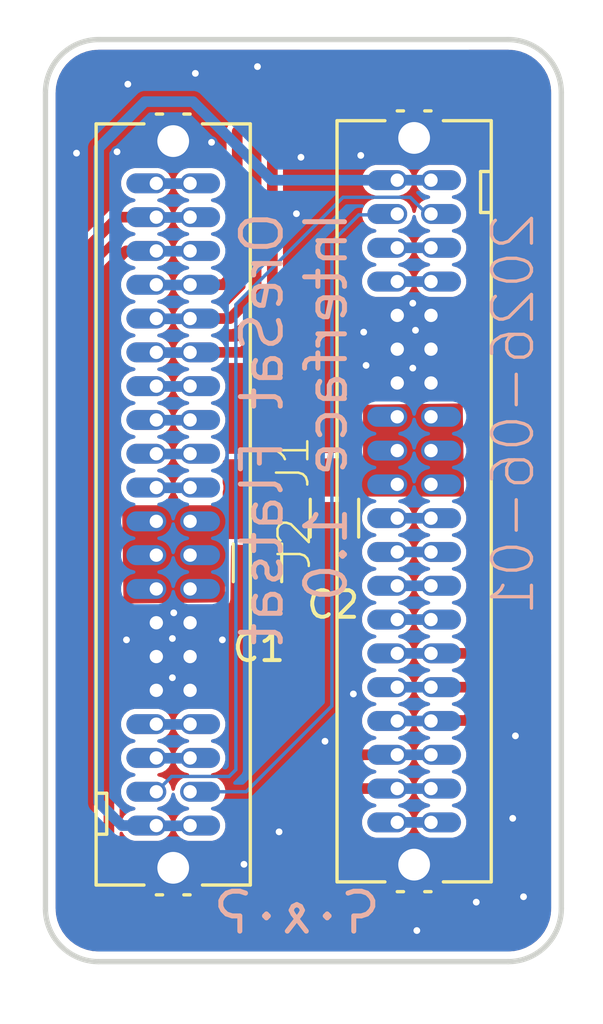
<source format=kicad_pcb>
(kicad_pcb (version 20241229) (generator "pcbnew") (generator_version "9.0")
  (layers (0 "F.Cu" signal) (4 "In1.Cu" signal) (6 "In2.Cu" signal) (2 "B.Cu" signal) (13 "F.Paste" user) (15 "B.Paste" user) (5 "F.SilkS" user "F.Silkscreen") (7 "B.SilkS" user "B.Silkscreen") (1 "F.Mask" user) (3 "B.Mask" user) (25 "Edge.Cuts" user))
  (net 0 "")
  (net 1 "GND")
  (net 2 "VBUS")
  (net 3 "OPD_SDA")
  (net 4 "MAG-SCL")
  (net 5 "CAN2_L")
  (net 6 "CAN1_H")
  (net 7 "CAN1_L")
  (net 8 "TURNSTILE-DEPLOY")
  (net 9 "OPD_SCL")
  (net 10 "CAN2_H")
  (net 11 "MAG-POWER")
  (net 12 "C3-UART-RX")
  (net 13 "OPD_PWR")
  (net 14 "~{SD}")
  (net 15 "HELICAL-DEPLOY")
  (net 16 "MAG-SDA")
  (net 17 "C3-UART-TX")
  (footprint "Capacitor_SMD:C_1206_3216Metric" (layer "F.Cu") (at 154.3304 86.4108 -90)
    (property "Reference" "C2" (at 3.25 0.05 0) (layer "F.SilkS"))
    (property "Value" "10u 25V" (hide yes))
    (fp_line (start -0.711252 0.91) (end 0.711252 0.91) (stroke (width 0.12)) (layer "F.SilkS"))
    (fp_line (start -0.711252 -0.91) (end 0.711252 -0.91) (stroke (width 0.12)) (layer "F.SilkS"))
    (pad "1" smd roundrect (at -1.475 0 270) (size 1.15 1.8) (layers "F.Cu" "F.Mask" "F.Paste") (roundrect_rratio 0.217391) (net 2 "VBUS"))
    (pad "2" smd roundrect (at 1.475 0 270) (size 1.15 1.8) (layers "F.Cu" "F.Mask" "F.Paste") (roundrect_rratio 0.217391) (net 1 "GND"))
  )
  (footprint "oresat-connectors:J-SAMTEC-SFM-120-X1-XXX-D" (layer "F.Cu") (at 148.265 85.895 90)
    (property "Reference" "J2" (at -2.54 4.56 90) (layer "F.SilkS") (effects (font (size 1.176528 1.176528) (thickness 0.093472)) (justify left)))
    (property "Value" "SFM-120-02-L-DH")
    (fp_line (start -14.3 -2.9) (end 14.3 -2.9) (stroke (width 0.127)) (layer "F.SilkS"))
    (fp_line (start -10.8505 -2.867) (end -10.8505 -2.5) (stroke (width 0.127)) (layer "F.SilkS"))
    (fp_line (start -12.3905 -2.5) (end -12.3905 -2.867) (stroke (width 0.127)) (layer "F.SilkS"))
    (fp_line (start -12.3905 -2.5) (end -10.8505 -2.5) (stroke (width 0.127)) (layer "F.SilkS"))
    (fp_line (start 14.3 -1.1) (end 14.3 -2.9) (stroke (width 0.127)) (layer "F.SilkS"))
    (fp_line (start -14.3 -1.1) (end -14.3 -2.9) (stroke (width 0.127)) (layer "F.SilkS"))
    (fp_line (start 14.6685 -0.635) (end 14.6685 -0.4) (stroke (width 0.127)) (layer "F.SilkS"))
    (fp_line (start -14.6685 -0.635) (end -14.6685 -0.4) (stroke (width 0.127)) (layer "F.SilkS"))
    (fp_line (start 14.6685 0.4) (end 14.6685 0.635) (stroke (width 0.127)) (layer "F.SilkS"))
    (fp_line (start -14.6685 0.4) (end -14.6685 0.635) (stroke (width 0.127)) (layer "F.SilkS"))
    (fp_line (start 14.3 1.1) (end 14.3 2.9) (stroke (width 0.127)) (layer "F.SilkS"))
    (fp_line (start 14.3 2.9) (end -14.3 2.9) (stroke (width 0.127)) (layer "F.SilkS"))
    (fp_line (start -14.3 2.9) (end -14.3 1.1) (stroke (width 0.127)) (layer "F.SilkS"))
    (pad "1" thru_hole oval (at 12.065 0.635) (size 1.5 0.75) (drill 0.5 (offset 0.375 0)) (layers "*.Cu" "*.Mask") (net 16 "MAG-SDA"))
    (pad "2" thru_hole oval (at 12.065 -0.635 180) (size 1.5 0.75) (drill 0.5 (offset 0.375 0)) (layers "*.Cu" "*.Mask") (net 16 "MAG-SDA"))
    (pad "3" thru_hole oval (at 10.795 0.635) (size 1.5 0.75) (drill 0.5 (offset 0.375 0)) (layers "*.Cu" "*.Mask") (net 4 "MAG-SCL"))
    (pad "4" thru_hole oval (at 10.795 -0.635 180) (size 1.5 0.75) (drill 0.5 (offset 0.375 0)) (layers "*.Cu" "*.Mask") (net 4 "MAG-SCL"))
    (pad "5" thru_hole oval (at 9.525 0.635) (size 1.5 0.75) (drill 0.5 (offset 0.375 0)) (layers "*.Cu" "*.Mask") (net 11 "MAG-POWER"))
    (pad "6" thru_hole oval (at 9.525 -0.635 180) (size 1.5 0.75) (drill 0.5 (offset 0.375 0)) (layers "*.Cu" "*.Mask") (net 11 "MAG-POWER"))
    (pad "7" thru_hole oval (at 8.255 0.635) (size 1.5 0.75) (drill 0.5 (offset 0.375 0)) (layers "*.Cu" "*.Mask") (net 15 "HELICAL-DEPLOY"))
    (pad "8" thru_hole oval (at 8.255 -0.635 180) (size 1.5 0.75) (drill 0.5 (offset 0.375 0)) (layers "*.Cu" "*.Mask") (net 15 "HELICAL-DEPLOY"))
    (pad "9" thru_hole oval (at 6.985 0.635) (size 1.5 0.75) (drill 0.5 (offset 0.375 0)) (layers "*.Cu" "*.Mask") (net 8 "TURNSTILE-DEPLOY"))
    (pad "10" thru_hole oval (at 6.985 -0.635 180) (size 1.5 0.75) (drill 0.5 (offset 0.375 0)) (layers "*.Cu" "*.Mask") (net 8 "TURNSTILE-DEPLOY"))
    (pad "11" thru_hole oval (at 5.715 0.635) (size 1.5 0.75) (drill 0.5 (offset 0.375 0)) (layers "*.Cu" "*.Mask") (net 3 "OPD_SDA"))
    (pad "12" thru_hole oval (at 5.715 -0.635 180) (size 1.5 0.75) (drill 0.5 (offset 0.375 0)) (layers "*.Cu" "*.Mask") (net 3 "OPD_SDA"))
    (pad "13" thru_hole oval (at 4.445 0.635) (size 1.5 0.75) (drill 0.5 (offset 0.375 0)) (layers "*.Cu" "*.Mask") (net 9 "OPD_SCL"))
    (pad "14" thru_hole oval (at 4.445 -0.635 180) (size 1.5 0.75) (drill 0.5 (offset 0.375 0)) (layers "*.Cu" "*.Mask") (net 9 "OPD_SCL"))
    (pad "15" thru_hole oval (at 3.175 0.635) (size 1.5 0.75) (drill 0.5 (offset 0.375 0)) (layers "*.Cu" "*.Mask") (net 13 "OPD_PWR"))
    (pad "16" thru_hole oval (at 3.175 -0.635 180) (size 1.5 0.75) (drill 0.5 (offset 0.375 0)) (layers "*.Cu" "*.Mask") (net 13 "OPD_PWR"))
    (pad "17" thru_hole oval (at 1.905 0.635) (size 1.5 0.75) (drill 0.5 (offset 0.375 0)) (layers "*.Cu" "*.Mask") (net 10 "CAN2_H"))
    (pad "18" thru_hole oval (at 1.905 -0.635 180) (size 1.5 0.75) (drill 0.5 (offset 0.375 0)) (layers "*.Cu" "*.Mask") (net 10 "CAN2_H"))
    (pad "19" thru_hole oval (at 0.635 0.635) (size 1.5 0.75) (drill 0.5 (offset 0.375 0)) (layers "*.Cu" "*.Mask") (net 5 "CAN2_L"))
    (pad "20" thru_hole oval (at 0.635 -0.635 180) (size 1.5 0.75) (drill 0.5 (offset 0.375 0)) (layers "*.Cu" "*.Mask") (net 5 "CAN2_L"))
    (pad "21" thru_hole oval (at -0.635 0.635) (size 1.5 0.75) (drill 0.5 (offset 0.375 0)) (layers "*.Cu" "*.Mask") (net 2 "VBUS"))
    (pad "22" thru_hole oval (at -0.635 -0.635 180) (size 1.5 0.75) (drill 0.5 (offset 0.375 0)) (layers "*.Cu" "*.Mask") (net 2 "VBUS"))
    (pad "23" thru_hole oval (at -1.905 0.635) (size 1.5 0.75) (drill 0.5 (offset 0.375 0)) (layers "*.Cu" "*.Mask") (net 2 "VBUS"))
    (pad "24" thru_hole oval (at -1.905 -0.635 180) (size 1.5 0.75) (drill 0.5 (offset 0.375 0)) (layers "*.Cu" "*.Mask") (net 2 "VBUS"))
    (pad "25" thru_hole oval (at -3.175 0.635) (size 1.5 0.75) (drill 0.5 (offset 0.375 0)) (layers "*.Cu" "*.Mask") (net 2 "VBUS"))
    (pad "26" thru_hole oval (at -3.175 -0.635 180) (size 1.5 0.75) (drill 0.5 (offset 0.375 0)) (layers "*.Cu" "*.Mask") (net 2 "VBUS"))
    (pad "27" thru_hole oval (at -4.445 0.635) (size 1.5 0.75) (drill 0.5 (offset 0.375 0)) (layers "*.Cu" "*.Mask") (net 1 "GND"))
    (pad "28" thru_hole oval (at -4.445 -0.635 180) (size 1.5 0.75) (drill 0.5 (offset 0.375 0)) (layers "*.Cu" "*.Mask") (net 1 "GND"))
    (pad "29" thru_hole oval (at -5.715 0.635) (size 1.5 0.75) (drill 0.5 (offset 0.375 0)) (layers "*.Cu" "*.Mask") (net 1 "GND"))
    (pad "30" thru_hole oval (at -5.715 -0.635 180) (size 1.5 0.75) (drill 0.5 (offset 0.375 0)) (layers "*.Cu" "*.Mask") (net 1 "GND"))
    (pad "31" thru_hole oval (at -6.985 0.635) (size 1.5 0.75) (drill 0.5 (offset 0.375 0)) (layers "*.Cu" "*.Mask") (net 1 "GND"))
    (pad "32" thru_hole oval (at -6.985 -0.635 180) (size 1.5 0.75) (drill 0.5 (offset 0.375 0)) (layers "*.Cu" "*.Mask") (net 1 "GND"))
    (pad "33" thru_hole oval (at -8.255 0.635) (size 1.5 0.75) (drill 0.5 (offset 0.375 0)) (layers "*.Cu" "*.Mask") (net 6 "CAN1_H"))
    (pad "34" thru_hole oval (at -8.255 -0.635 180) (size 1.5 0.75) (drill 0.5 (offset 0.375 0)) (layers "*.Cu" "*.Mask") (net 6 "CAN1_H"))
    (pad "35" thru_hole oval (at -9.525 0.635) (size 1.5 0.75) (drill 0.5 (offset 0.375 0)) (layers "*.Cu" "*.Mask") (net 7 "CAN1_L"))
    (pad "36" thru_hole oval (at -9.525 -0.635 180) (size 1.5 0.75) (drill 0.5 (offset 0.375 0)) (layers "*.Cu" "*.Mask") (net 7 "CAN1_L"))
    (pad "37" thru_hole oval (at -10.795 0.635) (size 1.5 0.75) (drill 0.5 (offset 0.375 0)) (layers "*.Cu" "*.Mask") (net 17 "C3-UART-TX"))
    (pad "38" thru_hole oval (at -10.795 -0.635 180) (size 1.5 0.75) (drill 0.5 (offset 0.375 0)) (layers "*.Cu" "*.Mask") (net 12 "C3-UART-RX"))
    (pad "39" thru_hole oval (at -12.065 0.635) (size 1.5 0.75) (drill 0.5 (offset 0.375 0)) (layers "*.Cu" "*.Mask") (net 14 "~{SD}"))
    (pad "40" thru_hole oval (at -12.065 -0.635 180) (size 1.5 0.75) (drill 0.5 (offset 0.375 0)) (layers "*.Cu" "*.Mask") (net 14 "~{SD}"))
    (pad "LC1" thru_hole circle (at 13.6525 0 90) (size 1.7907 1.7907) (drill 1.1938) (layers "*.Cu" "*.Mask") (net 1 "GND"))
    (pad "LC2" thru_hole circle (at -13.6525 0 90) (size 1.7907 1.7907) (drill 1.1938) (layers "*.Cu" "*.Mask") (net 1 "GND"))
  )
  (footprint "Capacitor_SMD:C_1206_3216Metric" (layer "F.Cu") (at 151.4348 88.0872 -90)
    (property "Reference" "C1" (at 3.2 -0.05 0) (layer "F.SilkS"))
    (property "Value" "10u 25V" (hide yes))
    (fp_line (start -0.711252 0.91) (end 0.711252 0.91) (stroke (width 0.12)) (layer "F.SilkS"))
    (fp_line (start -0.711252 -0.91) (end 0.711252 -0.91) (stroke (width 0.12)) (layer "F.SilkS"))
    (pad "1" smd roundrect (at -1.475 0 270) (size 1.15 1.8) (layers "F.Cu" "F.Mask" "F.Paste") (roundrect_rratio 0.217391) (net 2 "VBUS"))
    (pad "2" smd roundrect (at 1.475 0 270) (size 1.15 1.8) (layers "F.Cu" "F.Mask" "F.Paste") (roundrect_rratio 0.217391) (net 1 "GND"))
  )
  (footprint "oresat-connectors:J-SAMTEC-SFM-120-X1-XXX-D" (layer "F.Cu") (at 157.3276 85.7758 -90)
    (property "Reference" "J1" (at -2.54 4.56 90) (layer "F.SilkS") (effects (font (size 1.176528 1.176528) (thickness 0.093472)) (justify right)))
    (property "Value" "SFM-120-02-L-DH")
    (fp_line (start -14.3 2.9) (end -14.3 1.1) (stroke (width 0.127)) (layer "F.SilkS"))
    (fp_line (start 14.3 2.9) (end -14.3 2.9) (stroke (width 0.127)) (layer "F.SilkS"))
    (fp_line (start 14.3 1.1) (end 14.3 2.9) (stroke (width 0.127)) (layer "F.SilkS"))
    (fp_line (start -14.6685 0.4) (end -14.6685 0.635) (stroke (width 0.127)) (layer "F.SilkS"))
    (fp_line (start 14.6685 0.4) (end 14.6685 0.635) (stroke (width 0.127)) (layer "F.SilkS"))
    (fp_line (start -14.6685 -0.635) (end -14.6685 -0.4) (stroke (width 0.127)) (layer "F.SilkS"))
    (fp_line (start 14.6685 -0.635) (end 14.6685 -0.4) (stroke (width 0.127)) (layer "F.SilkS"))
    (fp_line (start -14.3 -1.1) (end -14.3 -2.9) (stroke (width 0.127)) (layer "F.SilkS"))
    (fp_line (start 14.3 -1.1) (end 14.3 -2.9) (stroke (width 0.127)) (layer "F.SilkS"))
    (fp_line (start -12.3905 -2.5) (end -10.8505 -2.5) (stroke (width 0.127)) (layer "F.SilkS"))
    (fp_line (start -12.3905 -2.5) (end -12.3905 -2.867) (stroke (width 0.127)) (layer "F.SilkS"))
    (fp_line (start -10.8505 -2.867) (end -10.8505 -2.5) (stroke (width 0.127)) (layer "F.SilkS"))
    (fp_line (start -14.3 -2.9) (end 14.3 -2.9) (stroke (width 0.127)) (layer "F.SilkS"))
    (pad "1" thru_hole oval (at 12.065 0.635 180) (size 1.5 0.75) (drill 0.5 (offset 0.375 0)) (layers "*.Cu" "*.Mask") (net 16 "MAG-SDA"))
    (pad "2" thru_hole oval (at 12.065 -0.635) (size 1.5 0.75) (drill 0.5 (offset 0.375 0)) (layers "*.Cu" "*.Mask") (net 16 "MAG-SDA"))
    (pad "3" thru_hole oval (at 10.795 0.635 180) (size 1.5 0.75) (drill 0.5 (offset 0.375 0)) (layers "*.Cu" "*.Mask") (net 4 "MAG-SCL"))
    (pad "4" thru_hole oval (at 10.795 -0.635) (size 1.5 0.75) (drill 0.5 (offset 0.375 0)) (layers "*.Cu" "*.Mask") (net 4 "MAG-SCL"))
    (pad "5" thru_hole oval (at 9.525 0.635 180) (size 1.5 0.75) (drill 0.5 (offset 0.375 0)) (layers "*.Cu" "*.Mask") (net 11 "MAG-POWER"))
    (pad "6" thru_hole oval (at 9.525 -0.635) (size 1.5 0.75) (drill 0.5 (offset 0.375 0)) (layers "*.Cu" "*.Mask") (net 11 "MAG-POWER"))
    (pad "7" thru_hole oval (at 8.255 0.635 180) (size 1.5 0.75) (drill 0.5 (offset 0.375 0)) (layers "*.Cu" "*.Mask") (net 15 "HELICAL-DEPLOY"))
    (pad "8" thru_hole oval (at 8.255 -0.635) (size 1.5 0.75) (drill 0.5 (offset 0.375 0)) (layers "*.Cu" "*.Mask") (net 15 "HELICAL-DEPLOY"))
    (pad "9" thru_hole oval (at 6.985 0.635 180) (size 1.5 0.75) (drill 0.5 (offset 0.375 0)) (layers "*.Cu" "*.Mask") (net 8 "TURNSTILE-DEPLOY"))
    (pad "10" thru_hole oval (at 6.985 -0.635) (size 1.5 0.75) (drill 0.5 (offset 0.375 0)) (layers "*.Cu" "*.Mask") (net 8 "TURNSTILE-DEPLOY"))
    (pad "11" thru_hole oval (at 5.715 0.635 180) (size 1.5 0.75) (drill 0.5 (offset 0.375 0)) (layers "*.Cu" "*.Mask") (net 3 "OPD_SDA"))
    (pad "12" thru_hole oval (at 5.715 -0.635) (size 1.5 0.75) (drill 0.5 (offset 0.375 0)) (layers "*.Cu" "*.Mask") (net 3 "OPD_SDA"))
    (pad "13" thru_hole oval (at 4.445 0.635 180) (size 1.5 0.75) (drill 0.5 (offset 0.375 0)) (layers "*.Cu" "*.Mask") (net 9 "OPD_SCL"))
    (pad "14" thru_hole oval (at 4.445 -0.635) (size 1.5 0.75) (drill 0.5 (offset 0.375 0)) (layers "*.Cu" "*.Mask") (net 9 "OPD_SCL"))
    (pad "15" thru_hole oval (at 3.175 0.635 180) (size 1.5 0.75) (drill 0.5 (offset 0.375 0)) (layers "*.Cu" "*.Mask") (net 13 "OPD_PWR"))
    (pad "16" thru_hole oval (at 3.175 -0.635) (size 1.5 0.75) (drill 0.5 (offset 0.375 0)) (layers "*.Cu" "*.Mask") (net 13 "OPD_PWR"))
    (pad "17" thru_hole oval (at 1.905 0.635 180) (size 1.5 0.75) (drill 0.5 (offset 0.375 0)) (layers "*.Cu" "*.Mask") (net 10 "CAN2_H"))
    (pad "18" thru_hole oval (at 1.905 -0.635) (size 1.5 0.75) (drill 0.5 (offset 0.375 0)) (layers "*.Cu" "*.Mask") (net 10 "CAN2_H"))
    (pad "19" thru_hole oval (at 0.635 0.635 180) (size 1.5 0.75) (drill 0.5 (offset 0.375 0)) (layers "*.Cu" "*.Mask") (net 5 "CAN2_L"))
    (pad "20" thru_hole oval (at 0.635 -0.635) (size 1.5 0.75) (drill 0.5 (offset 0.375 0)) (layers "*.Cu" "*.Mask") (net 5 "CAN2_L"))
    (pad "21" thru_hole oval (at -0.635 0.635 180) (size 1.5 0.75) (drill 0.5 (offset 0.375 0)) (layers "*.Cu" "*.Mask") (net 2 "VBUS"))
    (pad "22" thru_hole oval (at -0.635 -0.635) (size 1.5 0.75) (drill 0.5 (offset 0.375 0)) (layers "*.Cu" "*.Mask") (net 2 "VBUS"))
    (pad "23" thru_hole oval (at -1.905 0.635 180) (size 1.5 0.75) (drill 0.5 (offset 0.375 0)) (layers "*.Cu" "*.Mask") (net 2 "VBUS"))
    (pad "24" thru_hole oval (at -1.905 -0.635) (size 1.5 0.75) (drill 0.5 (offset 0.375 0)) (layers "*.Cu" "*.Mask") (net 2 "VBUS"))
    (pad "25" thru_hole oval (at -3.175 0.635 180) (size 1.5 0.75) (drill 0.5 (offset 0.375 0)) (layers "*.Cu" "*.Mask") (net 2 "VBUS"))
    (pad "26" thru_hole oval (at -3.175 -0.635) (size 1.5 0.75) (drill 0.5 (offset 0.375 0)) (layers "*.Cu" "*.Mask") (net 2 "VBUS"))
    (pad "27" thru_hole oval (at -4.445 0.635 180) (size 1.5 0.75) (drill 0.5 (offset 0.375 0)) (layers "*.Cu" "*.Mask") (net 1 "GND"))
    (pad "28" thru_hole oval (at -4.445 -0.635) (size 1.5 0.75) (drill 0.5 (offset 0.375 0)) (layers "*.Cu" "*.Mask") (net 1 "GND"))
    (pad "29" thru_hole oval (at -5.715 0.635 180) (size 1.5 0.75) (drill 0.5 (offset 0.375 0)) (layers "*.Cu" "*.Mask") (net 1 "GND"))
    (pad "30" thru_hole oval (at -5.715 -0.635) (size 1.5 0.75) (drill 0.5 (offset 0.375 0)) (layers "*.Cu" "*.Mask") (net 1 "GND"))
    (pad "31" thru_hole oval (at -6.985 0.635 180) (size 1.5 0.75) (drill 0.5 (offset 0.375 0)) (layers "*.Cu" "*.Mask") (net 1 "GND"))
    (pad "32" thru_hole oval (at -6.985 -0.635) (size 1.5 0.75) (drill 0.5 (offset 0.375 0)) (layers "*.Cu" "*.Mask") (net 1 "GND"))
    (pad "33" thru_hole oval (at -8.255 0.635 180) (size 1.5 0.75) (drill 0.5 (offset 0.375 0)) (layers "*.Cu" "*.Mask") (net 6 "CAN1_H"))
    (pad "34" thru_hole oval (at -8.255 -0.635) (size 1.5 0.75) (drill 0.5 (offset 0.375 0)) (layers "*.Cu" "*.Mask") (net 6 "CAN1_H"))
    (pad "35" thru_hole oval (at -9.525 0.635 180) (size 1.5 0.75) (drill 0.5 (offset 0.375 0)) (layers "*.Cu" "*.Mask") (net 7 "CAN1_L"))
    (pad "36" thru_hole oval (at -9.525 -0.635) (size 1.5 0.75) (drill 0.5 (offset 0.375 0)) (layers "*.Cu" "*.Mask") (net 7 "CAN1_L"))
    (pad "37" thru_hole oval (at -10.795 0.635 180) (size 1.5 0.75) (drill 0.5 (offset 0.375 0)) (layers "*.Cu" "*.Mask") (net 17 "C3-UART-TX"))
    (pad "38" thru_hole oval (at -10.795 -0.635) (size 1.5 0.75) (drill 0.5 (offset 0.375 0)) (layers "*.Cu" "*.Mask") (net 12 "C3-UART-RX"))
    (pad "39" thru_hole oval (at -12.065 0.635 180) (size 1.5 0.75) (drill 0.5 (offset 0.375 0)) (layers "*.Cu" "*.Mask") (net 14 "~{SD}"))
    (pad "40" thru_hole oval (at -12.065 -0.635) (size 1.5 0.75) (drill 0.5 (offset 0.375 0)) (layers "*.Cu" "*.Mask") (net 14 "~{SD}"))
    (pad "LC1" thru_hole circle (at 13.6525 0 270) (size 1.7907 1.7907) (drill 1.1938) (layers "*.Cu" "*.Mask") (net 1 "GND"))
    (pad "LC2" thru_hole circle (at -13.6525 0 270) (size 1.7907 1.7907) (drill 1.1938) (layers "*.Cu" "*.Mask") (net 1 "GND"))
  )
  (gr_arc (start 143.4592 70.4276) (mid 144.044986 69.013386) (end 145.4592 68.4276) (stroke (width 0.2)) (layer "Edge.Cuts"))
  (gr_arc (start 162.8648 101.0732) (mid 162.279014 102.487414) (end 160.8648 103.0732) (stroke (width 0.2)) (layer "Edge.Cuts"))
  (gr_arc (start 145.4592 103.0732) (mid 144.044986 102.487414) (end 143.4592 101.0732) (stroke (width 0.2)) (layer "Edge.Cuts"))
  (gr_line (start 162.8648 70.4276) (end 162.8648 101.0732) (stroke (width 0.2)) (layer "Edge.Cuts"))
  (gr_line (start 160.8648 103.0732) (end 145.4592 103.0732) (stroke (width 0.2)) (layer "Edge.Cuts"))
  (gr_line (start 145.4592 68.4276) (end 160.8648 68.4276) (stroke (width 0.2)) (layer "Edge.Cuts"))
  (gr_line (start 143.4592 101.0732) (end 143.4592 70.4276) (stroke (width 0.2)) (layer "Edge.Cuts"))
  (gr_arc (start 160.8648 68.4276) (mid 162.279014 69.013386) (end 162.8648 70.4276) (stroke (width 0.2)) (layer "Edge.Cuts"))
  (gr_text "${CURRENT_DATE}" (at 161.93 74.85 90) (layer "B.SilkS") (effects (font (size 1.5 1.5) (thickness 0.125)) (justify left bottom mirror)))
  (gr_text "ʕ·ᴥ·ʔ" (at 156.18 102.12 0) (layer "B.SilkS") (effects (font (size 1.5 1.5) (thickness 0.1875)) (justify left bottom mirror)))
  (gr_text "OreSat Flatsat \nInterface 1.0\n" (at 154.9 74.79 90) (layer "B.SilkS") (effects (font (size 1.5 1.5) (thickness 0.1875)) (justify left bottom mirror)))
  (via (at 149.7076 72.2884) (size 0.4572) (drill 0.254) (layers "F.Cu" "B.Cu") (net 1))
  (via (at 149.098 69.6976) (size 0.4572) (drill 0.254) (layers "F.Cu" "B.Cu") (net 1))
  (via (at 159.6644 100.838) (size 0.4572) (drill 0.254) (layers "F.Cu" "B.Cu") (net 1))
  (via (at 157.3784 79.3496) (size 0.4572) (drill 0.254) (layers "F.Cu" "B.Cu") (net 1))
  (via (at 148.2344 90.932) (size 0.4572) (drill 0.254) (layers "F.Cu" "B.Cu") (net 1))
  (via (at 161.4424 100.6348) (size 0.4572) (drill 0.254) (layers "F.Cu" "B.Cu") (net 1))
  (via (at 161.1376 94.5896) (size 0.4572) (drill 0.254) (layers "F.Cu" "B.Cu") (net 1))
  (via (at 157.4292 101.9048) (size 0.4572) (drill 0.254) (layers "F.Cu" "B.Cu") (net 1))
  (via (at 150.9268 99.4156) (size 0.4572) (drill 0.254) (layers "F.Cu" "B.Cu") (net 1))
  (via (at 152.2476 98.1964) (size 0.4572) (drill 0.254) (layers "F.Cu" "B.Cu") (net 1))
  (via (at 148.2344 92.4052) (size 0.4572) (drill 0.254) (layers "F.Cu" "B.Cu") (net 1))
  (via (at 155.32 72.78) (size 0.4572) (drill 0.254) (layers "F.Cu" "B.Cu") (net 1))
  (via (at 152.9 74.97) (size 0.4572) (drill 0.254) (layers "F.Cu" "B.Cu") (net 1))
  (via (at 146.5072 90.9828) (size 0.4572) (drill 0.254) (layers "F.Cu" "B.Cu") (net 1))
  (via (at 150.114 90.9828) (size 0.4572) (drill 0.254) (layers "F.Cu" "B.Cu") (net 1))
  (via (at 161.036 97.6884) (size 0.4572) (drill 0.254) (layers "F.Cu" "B.Cu") (net 1))
  (via (at 148.2852 89.9668) (size 0.4572) (drill 0.254) (layers "F.Cu" "B.Cu") (net 1))
  (via (at 157.2768 78.3336) (size 0.4572) (drill 0.254) (layers "F.Cu" "B.Cu") (net 1))
  (via (at 151.4348 69.4436) (size 0.4572) (drill 0.254) (layers "F.Cu" "B.Cu") (net 1))
  (via (at 146.558 70.104) (size 0.4572) (drill 0.254) (layers "F.Cu" "B.Cu") (net 1))
  (via (at 153.9748 94.7928) (size 0.4572) (drill 0.254) (layers "F.Cu" "B.Cu") (net 1))
  (via (at 157.2768 80.772) (size 0.4572) (drill 0.254) (layers "F.Cu" "B.Cu") (net 1))
  (via (at 153.07 72.85) (size 0.4572) (drill 0.254) (layers "F.Cu" "B.Cu") (net 1))
  (via (at 146.1516 72.644) (size 0.4572) (drill 0.254) (layers "F.Cu" "B.Cu") (net 1))
  (via (at 144.6276 72.6948) (size 0.4572) (drill 0.254) (layers "F.Cu" "B.Cu") (net 1))
  (via (at 155.43 79.42) (size 0.4572) (drill 0.254) (layers "F.Cu" "B.Cu") (net 1))
  (via (at 155.52 80.67) (size 0.4572) (drill 0.254) (layers "F.Cu" "B.Cu") (net 1))
  (via (at 155.0416 93.0148) (size 0.4572) (drill 0.254) (layers "F.Cu" "B.Cu") (net 1))
  (segment (start 160.4772 90.6272) (end 160.4772 72.644) (width 0.4) (layer "F.Cu") (net 3))
  (segment (start 160.4772 72.644) (end 158.4452 70.612) (width 0.4) (layer "F.Cu") (net 3))
  (segment (start 158.4452 70.612) (end 154.178 70.612) (width 0.4) (layer "F.Cu") (net 3))
  (segment (start 154.178 70.612) (end 151.9936 72.7964) (width 0.4) (layer "F.Cu") (net 3))
  (segment (start 159.6136 91.4908) (end 160.4772 90.6272) (width 0.4) (layer "F.Cu") (net 3))
  (segment (start 151.9936 72.7964) (end 151.9936 79.0448) (width 0.4) (layer "F.Cu") (net 3))
  (segment (start 150.8584 80.18) (end 148.9 80.18) (width 0.4) (layer "F.Cu") (net 3))
  (segment (start 151.9936 79.0448) (end 150.8584 80.18) (width 0.4) (layer "F.Cu") (net 3))
  (segment (start 157.9626 91.4908) (end 159.6136 91.4908) (width 0.4) (layer "F.Cu") (net 3))
  (segment (start 148.89 80.19) (end 147.62 80.19) (width 0.4) (layer "B.Cu") (net 3))
  (segment (start 156.6926 91.4908) (end 157.9626 91.4908) (width 0.4) (layer "B.Cu") (net 3))
  (segment (start 154.3304 100.5332) (end 153.3652 101.4984) (width 0.4) (layer "F.Cu") (net 4))
  (segment (start 146.6088 101.4984) (end 145.0848 99.9744) (width 0.4) (layer "F.Cu") (net 4))
  (segment (start 145.0848 99.9744) (end 145.0848 76.2) (width 0.4) (layer "F.Cu") (net 4))
  (segment (start 156.6926 96.5708) (end 155.2956 96.5708) (width 0.4) (layer "F.Cu") (net 4))
  (segment (start 145.0848 76.2) (end 146.1848 75.1) (width 0.4) (layer "F.Cu") (net 4))
  (segment (start 154.3304 97.536) (end 154.3304 100.5332) (width 0.4) (layer "F.Cu") (net 4))
  (segment (start 146.1848 75.1) (end 147.63 75.1) (width 0.4) (layer "F.Cu") (net 4))
  (segment (start 153.3652 101.4984) (end 146.6088 101.4984) (width 0.4) (layer "F.Cu") (net 4))
  (segment (start 155.2956 96.5708) (end 154.3304 97.536) (width 0.4) (layer "F.Cu") (net 4))
  (segment (start 156.6926 96.5708) (end 157.9626 96.5708) (width 0.4) (layer "B.Cu") (net 4))
  (segment (start 148.89 75.11) (end 147.62 75.11) (width 0.4) (layer "B.Cu") (net 4))
  (segment (start 156.6926 86.4108) (end 157.9626 86.4108) (width 0.4) (layer "B.Cu") (net 5))
  (segment (start 148.89 85.27) (end 147.62 85.27) (width 0.4) (layer "B.Cu") (net 5))
  (segment (start 156.6926 77.5208) (end 157.9626 77.5208) (width 0.4) (layer "B.Cu") (net 6))
  (segment (start 148.89 94.16) (end 147.62 94.16) (width 0.4) (layer "B.Cu") (net 6))
  (segment (start 156.6926 76.2508) (end 157.9626 76.2508) (width 0.4) (layer "B.Cu") (net 7))
  (segment (start 148.89 95.43) (end 147.62 95.43) (width 0.4) (layer "B.Cu") (net 7))
  (segment (start 150.4012 78.91) (end 151.384 77.9272) (width 0.4) (layer "F.Cu") (net 8))
  (segment (start 148.9 78.91) (end 150.4012 78.91) (width 0.4) (layer "F.Cu") (net 8))
  (segment (start 161.2392 72.39) (end 161.2392 90.9828) (width 0.4) (layer "F.Cu") (net 8))
  (segment (start 161.2392 90.9828) (end 159.4612 92.7608) (width 0.4) (layer "F.Cu") (net 8))
  (segment (start 158.75 69.9008) (end 161.2392 72.39) (width 0.4) (layer "F.Cu") (net 8))
  (segment (start 153.67 69.9008) (end 158.75 69.9008) (width 0.4) (layer "F.Cu") (net 8))
  (segment (start 159.4612 92.7608) (end 157.9626 92.7608) (width 0.4) (layer "F.Cu") (net 8))
  (segment (start 151.384 72.1868) (end 153.67 69.9008) (width 0.4) (layer "F.Cu") (net 8))
  (segment (start 151.384 77.9272) (end 151.384 72.1868) (width 0.4) (layer "F.Cu") (net 8))
  (segment (start 156.6926 92.7608) (end 157.9626 92.7608) (width 0.4) (layer "B.Cu") (net 8))
  (segment (start 148.89 78.92) (end 147.62 78.92) (width 0.4) (layer "B.Cu") (net 8))
  (segment (start 156.6926 90.2208) (end 157.9626 90.2208) (width 0.4) (layer "B.Cu") (net 9))
  (segment (start 148.89 81.46) (end 147.62 81.46) (width 0.4) (layer "B.Cu") (net 9))
  (segment (start 156.6926 87.6808) (end 157.9626 87.6808) (width 0.4) (layer "B.Cu") (net 10))
  (segment (start 148.89 84) (end 147.62 84) (width 0.4) (layer "B.Cu") (net 10))
  (segment (start 145.8468 77.0128) (end 145.8468 99.6188) (width 0.4) (layer "F.Cu") (net 11))
  (segment (start 153.5176 97.1296) (end 155.3464 95.3008) (width 0.4) (layer "F.Cu") (net 11))
  (segment (start 145.8468 99.6188) (end 147.1168 100.8888) (width 0.4) (layer "F.Cu") (net 11))
  (segment (start 146.4896 76.37) (end 145.8468 77.0128) (width 0.4) (layer "F.Cu") (net 11))
  (segment (start 153.5176 99.822) (end 153.5176 97.1296) (width 0.4) (layer "F.Cu") (net 11))
  (segment (start 152.4508 100.8888) (end 153.5176 99.822) (width 0.4) (layer "F.Cu") (net 11))
  (segment (start 147.1168 100.8888) (end 152.4508 100.8888) (width 0.4) (layer "F.Cu") (net 11))
  (segment (start 155.3464 95.3008) (end 156.6926 95.3008) (width 0.4) (layer "F.Cu") (net 11))
  (segment (start 147.63 76.37) (end 146.4896 76.37) (width 0.4) (layer "F.Cu") (net 11))
  (segment (start 156.6926 95.3008) (end 157.9626 95.3008) (width 0.4) (layer "B.Cu") (net 11))
  (segment (start 148.89 76.38) (end 147.62 76.38) (width 0.4) (layer "B.Cu") (net 11))
  (segment (start 157.8082 74.9808) (end 157.1802 74.3528) (width 0.127) (layer "B.Cu") (net 12))
  (segment (start 157.1802 74.3528) (end 154.6536 74.3528) (width 0.127) (layer "B.Cu") (net 12))
  (segment (start 150.622 95.8596) (end 150.368 96.1136) (width 0.127) (layer "B.Cu") (net 12))
  (segment (start 154.6536 74.3528) (end 150.622 78.3844) (width 0.127) (layer "B.Cu") (net 12))
  (segment (start 150.622 78.3844) (end 150.622 95.8596) (width 0.127) (layer "B.Cu") (net 12))
  (segment (start 157.9626 74.9808) (end 157.8082 74.9808) (width 0.127) (layer "B.Cu") (net 12))
  (segment (start 150.368 96.1136) (end 148.2064 96.1136) (width 0.127) (layer "B.Cu") (net 12))
  (segment (start 148.2064 96.1136) (end 147.63 96.69) (width 0.127) (layer "B.Cu") (net 12))
  (segment (start 148.89 82.73) (end 147.62 82.73) (width 0.4) (layer "B.Cu") (net 13))
  (segment (start 156.6926 88.9508) (end 157.9626 88.9508) (width 0.4) (layer "B.Cu") (net 13))
  (segment (start 151.9608 73.7108) (end 149.01 70.76) (width 0.4) (layer "B.Cu") (net 14))
  (segment (start 156.6926 73.7108) (end 157.9626 73.7108) (width 0.4) (layer "B.Cu") (net 14))
  (segment (start 147.2 70.76) (end 145.46 72.5) (width 0.4) (layer "B.Cu") (net 14))
  (segment (start 149.01 70.76) (end 147.2 70.76) (width 0.4) (layer "B.Cu") (net 14))
  (segment (start 148.89 97.97) (end 147.62 97.97) (width 0.4) (layer "B.Cu") (net 14))
  (segment (start 156.6926 73.7108) (end 151.9608 73.7108) (width 0.4) (layer "B.Cu") (net 14))
  (segment (start 145.46 72.5) (end 145.46 97.09) (width 0.4) (layer "B.Cu") (net 14))
  (segment (start 145.46 97.09) (end 146.33 97.96) (width 0.4) (layer "B.Cu") (net 14))
  (segment (start 146.33 97.96) (end 147.63 97.96) (width 0.4) (layer "B.Cu") (net 14))
  (segment (start 159.2764 94.0124) (end 157.981 94.0124) (width 0.4) (layer "F.Cu") (net 15))
  (segment (start 150.6728 77.1144) (end 150.6728 71.882) (width 0.4) (layer "F.Cu") (net 15))
  (segment (start 148.9 77.64) (end 150.1472 77.64) (width 0.4) (layer "F.Cu") (net 15))
  (segment (start 162.052 91.2368) (end 159.2764 94.0124) (width 0.4) (layer "F.Cu") (net 15))
  (segment (start 162.052 72.1868) (end 162.052 91.2368) (width 0.4) (layer "F.Cu") (net 15))
  (segment (start 159.0548 69.1896) (end 162.052 72.1868) (width 0.4) (layer "F.Cu") (net 15))
  (segment (start 150.1472 77.64) (end 150.6728 77.1144) (width 0.4) (layer "F.Cu") (net 15))
  (segment (start 157.981 94.0124) (end 157.9626 94.0308) (width 0.4) (layer "F.Cu") (net 15))
  (segment (start 150.6728 71.882) (end 153.3652 69.1896) (width 0.4) (layer "F.Cu") (net 15))
  (segment (start 153.3652 69.1896) (end 159.0548 69.1896) (width 0.4) (layer "F.Cu") (net 15))
  (segment (start 148.89 77.65) (end 147.62 77.65) (width 0.4) (layer "B.Cu") (net 15))
  (segment (start 156.6926 94.0308) (end 157.9626 94.0308) (width 0.4) (layer "B.Cu") (net 15))
  (segment (start 157.9626 97.8408) (end 156.6926 97.8408) (width 0.4) (layer "B.Cu") (net 16))
  (segment (start 148.89 73.84) (end 147.62 73.84) (width 0.4) (layer "B.Cu") (net 16))
  (segment (start 156.6926 74.9808) (end 156.6602 75.0132) (width 0.127) (layer "B.Cu") (net 17))
  (segment (start 151.0108 96.69) (end 148.9 96.69) (width 0.127) (layer "B.Cu") (net 17))
  (segment (start 154.2338 76.0292) (end 154.2338 93.467) (width 0.127) (layer "B.Cu") (net 17))
  (segment (start 154.2338 93.467) (end 151.0108 96.69) (width 0.127) (layer "B.Cu") (net 17))
  (segment (start 156.6602 75.0132) (end 155.2498 75.0132) (width 0.127) (layer "B.Cu") (net 17))
  (segment (start 155.2498 75.0132) (end 154.2338 76.0292) (width 0.127) (layer "B.Cu") (net 17))
  (zone (net 2) (net_name "VBUS") (layer "F.Cu") (priority 1) (connect_pads yes (clearance 0)) (min_thickness 0.25) (fill yes (thermal_gap 0.5) (thermal_bridge_width 0.5) (smoothing fillet))
    (polygon (pts (xy 152.805355 84.182319) (xy 155.405584 84.148) (xy 155.403287 82.148023) (xy 159.15501 82.098) (xy 159.20501 85.598) (xy 152.798695 85.598)))
  )
  (zone (net 2) (net_name "VBUS") (layer "F.Cu") (priority 1) (connect_pads yes (clearance 0)) (min_thickness 0.25) (fill yes (thermal_gap 0.5) (thermal_bridge_width 0.5) (smoothing fillet))
    (polygon (pts (xy 150.24 87.19) (xy 150.207677 89.570103) (xy 146.396161 89.620923) (xy 146.343377 85.926) (xy 150.13 85.926) (xy 150.12 84.2) (xy 153.637096 84.173135) (xy 153.630413 85.593686) (xy 152.336725 85.61098) (xy 152.366722 87.250786)))
  )
  (zone (net 1) (net_name "GND") (layers "F.Cu" "B.Cu" "In1.Cu" "In2.Cu") (connect_pads yes (clearance 0.2)) (min_thickness 0.127) (fill yes (thermal_gap 0.5) (thermal_bridge_width 0.5) (smoothing fillet) (radius 0.2) (island_removal_mode 1) (island_area_min 10))
    (polygon (pts (xy 141.749563 67.117373) (xy 164.442012 66.940802) (xy 164.449581 105.269325) (xy 141.827537 105.428584)))
  )
)
</source>
